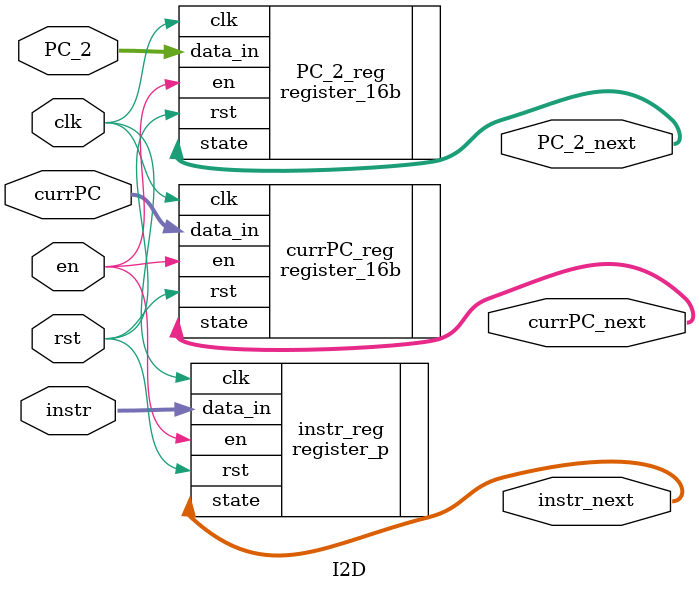
<source format=v>
module I2D(en, clk, rst, PC_2, instr, currPC, instr_next, PC_2_next, currPC_next);
   
	input wire clk, rst, en;
	input  wire[15:0] PC_2, instr, currPC;
	output wire [15:0] instr_next, PC_2_next, currPC_next;

	// instruction register
    register_p instr_reg(.en(en), .clk(clk), .rst(rst), .data_in(instr), .state(instr_next));
	// PC+2 register 
    register_16b PC_2_reg(.en(en), .clk(clk), .rst(rst), .data_in(PC_2), .state(PC_2_next));
	// current PC register
    register_16b currPC_reg(.en(en), .clk(clk), .rst(rst), .data_in(currPC), .state(currPC_next));

endmodule
</source>
